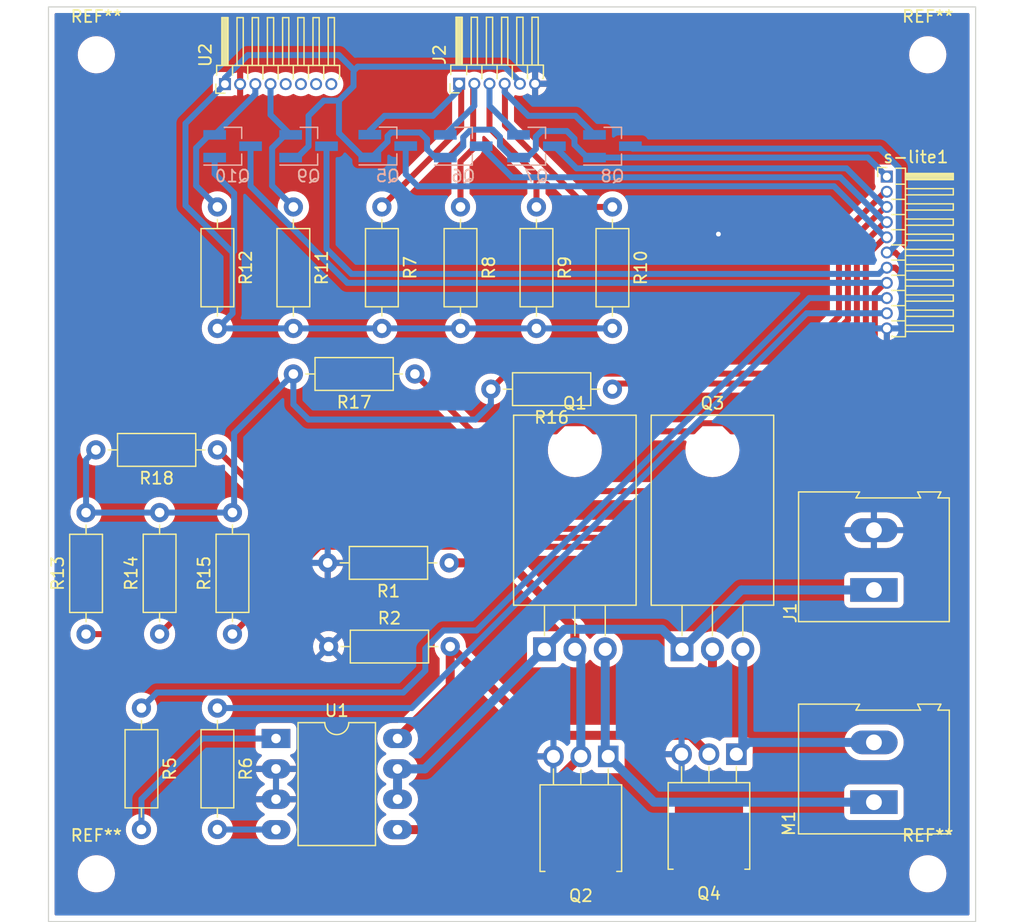
<source format=kicad_pcb>
(kicad_pcb (version 20211014) (generator pcbnew)
  (layers (0 "F.Cu" signal) (31 "B.Cu" signal) (34 "B.Paste" user) (35 "F.Paste" user) (36 "B.SilkS" user "B.Silkscreen") (37 "F.SilkS" user "F.Silkscreen") (38 "B.Mask" user) (39 "F.Mask" user) (44 "Edge.Cuts" user))
  (net 0 "")
  (net 1 "SCK_3.3V")
  (net 2 "Net-(M1-Pad1)")
  (net 3 "Net-(M1-Pad2)")
  (net 4 "+6V")
  (net 5 "GND")
  (net 6 "forward")
  (net 7 "rev")
  (net 8 "SS1_3.3V")
  (net 9 "Net-(R5-Pad2)")
  (net 10 "SS1_5V")
  (net 11 "Net-(R6-Pad2)")
  (net 12 "+3V3")
  (net 13 "imu_scl_3.3V")
  (net 14 "imu_sda_3.3V")
  (net 19 "SCK_5V")
  (net 20 "MISO_5V")
  (net 21 "5V")
  (net 22 "MOSI_5V")
  (net 23 "rev_input_5V")
  (net 24 "MOSI_3.3V")
  (net 25 "MISO_3.3V")
  (net 26 "imu_scl_5V")
  (net 27 "imu_sda_5V")
  (net 28 "forward_input_5V")
  (footprint "Resistor_THT:R_Axial_DIN0207_L6.3mm_D2.5mm_P10.16mm_Horizontal" (layer "F.Cu") (at 134.62 62.23 -90)
    (fp_text reference "R12" (at 5.08 -2.37 90) (layer "F.SilkS"))
    (fp_text value "R10k")
    (pad "1" thru_hole circle (at 0 0 270) (size 1.6 1.6) (drill 0.8) (layers *.Cu *.Mask) (net 13 "imu_scl_3.3V"))
    (pad "2" thru_hole oval (at 10.16 0 270) (size 1.6 1.6) (drill 0.8) (layers *.Cu *.Mask) (net 12 "+3V3"))
  )
  (footprint "Resistor_THT:R_Axial_DIN0207_L6.3mm_D2.5mm_P10.16mm_Horizontal" (layer "F.Cu") (at 135.877846 97.951737 90)
    (fp_text reference "R15" (at 5.08 -2.37 90) (layer "F.SilkS"))
    (fp_text value "R10k")
    (pad "1" thru_hole circle (at 0 0 90) (size 1.6 1.6) (drill 0.8) (layers *.Cu *.Mask) (net 10 "SS1_5V"))
    (pad "2" thru_hole oval (at 10.16 0 90) (size 1.6 1.6) (drill 0.8) (layers *.Cu *.Mask) (net 21 "5V"))
  )
  (footprint "Package_TO_SOT_THT:TO-220-3_Horizontal_TabDown" (layer "F.Cu") (at 161.96 99.23)
    (fp_text reference "Q1" (at 2.54 -20.58) (layer "F.SilkS"))
    (fp_text value "Q_PMOS_DGS")
    (pad "" np_thru_hole oval (at 2.54 -16.66) (size 3.5 3.5) (drill 3.5) (layers *.Cu *.Mask))
    (pad "1" thru_hole rect (at 0 0) (size 1.905 2) (drill 1.1) (layers *.Cu *.Mask) (net 4 "+6V"))
    (pad "2" thru_hole oval (at 2.54 0) (size 1.905 2) (drill 1.1) (layers *.Cu *.Mask) (net 6 "forward"))
    (pad "3" thru_hole oval (at 5.08 0) (size 1.905 2) (drill 1.1) (layers *.Cu *.Mask) (net 2 "Net-(M1-Pad1)"))
  )
  (footprint "Package_DIP:DIP-8_W10.16mm_LongPads" (layer "F.Cu") (at 139.5175 106.69)
    (fp_text reference "U1" (at 5.08 -2.33) (layer "F.SilkS"))
    (fp_text value "MCT6")
    (pad "1" thru_hole rect (at 0 0) (size 2.4 1.6) (drill 0.8) (layers *.Cu *.Mask) (net 9 "Net-(R5-Pad2)"))
    (pad "2" thru_hole oval (at 0 2.54) (size 2.4 1.6) (drill 0.8) (layers *.Cu *.Mask) (net 5 "GND"))
    (pad "3" thru_hole oval (at 0 5.08) (size 2.4 1.6) (drill 0.8) (layers *.Cu *.Mask) (net 5 "GND"))
    (pad "4" thru_hole oval (at 0 7.62) (size 2.4 1.6) (drill 0.8) (layers *.Cu *.Mask) (net 11 "Net-(R6-Pad2)"))
    (pad "5" thru_hole oval (at 10.16 7.62) (size 2.4 1.6) (drill 0.8) (layers *.Cu *.Mask) (net 6 "forward"))
    (pad "6" thru_hole oval (at 10.16 5.08) (size 2.4 1.6) (drill 0.8) (layers *.Cu *.Mask) (net 4 "+6V"))
    (pad "7" thru_hole oval (at 10.16 2.54) (size 2.4 1.6) (drill 0.8) (layers *.Cu *.Mask) (net 4 "+6V"))
    (pad "8" thru_hole oval (at 10.16 0) (size 2.4 1.6) (drill 0.8) (layers *.Cu *.Mask) (net 7 "rev"))
  )
  (footprint "Resistor_THT:R_Axial_DIN0207_L6.3mm_D2.5mm_P10.16mm_Horizontal" (layer "F.Cu") (at 140.97 62.23 -90)
    (fp_text reference "R11" (at 5.08 -2.37 90) (layer "F.SilkS"))
    (fp_text value "R10k")
    (pad "1" thru_hole circle (at 0 0 270) (size 1.6 1.6) (drill 0.8) (layers *.Cu *.Mask) (net 14 "imu_sda_3.3V"))
    (pad "2" thru_hole oval (at 10.16 0 270) (size 1.6 1.6) (drill 0.8) (layers *.Cu *.Mask) (net 12 "+3V3"))
  )
  (footprint "TerminalBlock:TerminalBlock_Altech_AK300-2_P5.00mm" (layer "F.Cu") (at 189.5 112.014 90)
    (fp_text reference "M1" (at -1.778 -7.112 90) (layer "F.SilkS"))
    (fp_text value "Motor_DC")
    (pad "1" thru_hole rect (at 0 0 90) (size 1.98 3.96) (drill 1.32) (layers *.Cu *.Mask) (net 2 "Net-(M1-Pad1)"))
    (pad "2" thru_hole oval (at 5 0 90) (size 1.98 3.96) (drill 1.32) (layers *.Cu *.Mask) (net 3 "Net-(M1-Pad2)"))
  )
  (footprint "Package_TO_SOT_THT:TO-251-3-1EP_Horizontal_TabDown" (layer "F.Cu") (at 167.29 108.185 180)
    (fp_text reference "Q2" (at 2.29 -11.653333) (layer "F.SilkS"))
    (fp_text value "Q_NMOS_DGS")
    (pad "1" thru_hole rect (at 0 0 180) (size 1.7175 1.8) (drill 1.1) (layers *.Cu *.Mask) (net 2 "Net-(M1-Pad1)"))
    (pad "2" thru_hole oval (at 2.29 0 180) (size 1.7175 1.8) (drill 1.1) (layers *.Cu *.Mask) (net 6 "forward"))
    (pad "3" thru_hole oval (at 4.58 0 180) (size 1.7175 1.8) (drill 1.1) (layers *.Cu *.Mask) (net 5 "GND"))
    (pad "4" smd rect (at 2.29 -7.433333 180) (size 5.7 6.2) (layers "F.Cu" "F.Paste" "F.Mask"))
  )
  (footprint "MountingHole:MountingHole_2.1mm" (layer "F.Cu") (at 124.5 49.5)
    (fp_text reference "REF**" (at 0 -3.2) (layer "F.SilkS"))
    (fp_text value "MountingHole_2.1mm")
    (pad "" np_thru_hole circle (at 0 0) (size 2.1 2.1) (drill 2.1) (layers *.Cu *.Mask))
  )
  (footprint "Connector_PinHeader_1.27mm:PinHeader_1x11_P1.27mm_Horizontal" (layer "F.Cu") (at 190.575 59.69)
    (fp_text reference "s-lite1" (at 2.4325 -1.635) (layer "F.SilkS"))
    (fp_text value "uStepper_s-lite")
    (pad "1" thru_hole rect (at 0 0) (size 1 1) (drill 0.65) (layers *.Cu *.Mask) (net 12 "+3V3"))
    (pad "2" thru_hole oval (at 0 1.27) (size 1 1) (drill 0.65) (layers *.Cu *.Mask) (net 21 "5V"))
    (pad "3" thru_hole oval (at 0 2.54) (size 1 1) (drill 0.65) (layers *.Cu *.Mask) (net 22 "MOSI_5V"))
    (pad "4" thru_hole oval (at 0 3.81) (size 1 1) (drill 0.65) (layers *.Cu *.Mask) (net 20 "MISO_5V"))
    (pad "5" thru_hole oval (at 0 5.08) (size 1 1) (drill 0.65) (layers *.Cu *.Mask) (net 19 "SCK_5V"))
    (pad "6" thru_hole oval (at 0 6.35) (size 1 1) (drill 0.65) (layers *.Cu *.Mask) (net 10 "SS1_5V"))
    (pad "7" thru_hole oval (at 0 7.62) (size 1 1) (drill 0.65) (layers *.Cu *.Mask) (net 27 "imu_sda_5V"))
    (pad "8" thru_hole oval (at 0 8.89) (size 1 1) (drill 0.65) (layers *.Cu *.Mask) (net 26 "imu_scl_5V"))
    (pad "9" thru_hole oval (at 0 10.16) (size 1 1) (drill 0.65) (layers *.Cu *.Mask) (net 23 "rev_input_5V"))
    (pad "10" thru_hole oval (at 0 11.43) (size 1 1) (drill 0.65) (layers *.Cu *.Mask) (net 28 "forward_input_5V"))
    (pad "11" thru_hole oval (at 0 12.7) (size 1 1) (drill 0.65) (layers *.Cu *.Mask) (net 5 "GND"))
  )
  (footprint "Resistor_THT:R_Axial_DIN0207_L6.3mm_D2.5mm_P10.16mm_Horizontal" (layer "F.Cu") (at 123.640039 97.957977 90)
    (fp_text reference "R13" (at 5.08 -2.37 90) (layer "F.SilkS"))
    (fp_text value "R10k")
    (pad "1" thru_hole circle (at 0 0 90) (size 1.6 1.6) (drill 0.8) (layers *.Cu *.Mask) (net 26 "imu_scl_5V"))
    (pad "2" thru_hole oval (at 10.16 0 90) (size 1.6 1.6) (drill 0.8) (layers *.Cu *.Mask) (net 21 "5V"))
  )
  (footprint "Resistor_THT:R_Axial_DIN0207_L6.3mm_D2.5mm_P10.16mm_Horizontal" (layer "F.Cu") (at 151.13 76.2 180)
    (fp_text reference "R17" (at 5.08 -2.37) (layer "F.SilkS"))
    (fp_text value "R10k")
    (pad "1" thru_hole circle (at 0 0 180) (size 1.6 1.6) (drill 0.8) (layers *.Cu *.Mask) (net 20 "MISO_5V"))
    (pad "2" thru_hole oval (at 10.16 0 180) (size 1.6 1.6) (drill 0.8) (layers *.Cu *.Mask) (net 21 "5V"))
  )
  (footprint "Resistor_THT:R_Axial_DIN0207_L6.3mm_D2.5mm_P10.16mm_Horizontal" (layer "F.Cu") (at 154 92 180)
    (fp_text reference "R1" (at 5.08 -2.37) (layer "F.SilkS"))
    (fp_text value "R")
    (pad "1" thru_hole circle (at 0 0 180) (size 1.6 1.6) (drill 0.8) (layers *.Cu *.Mask) (net 6 "forward"))
    (pad "2" thru_hole oval (at 10.16 0 180) (size 1.6 1.6) (drill 0.8) (layers *.Cu *.Mask) (net 5 "GND"))
  )
  (footprint "Connector_PinHeader_1.27mm:PinHeader_1x08_P1.27mm_Horizontal" (layer "F.Cu") (at 135.25 51.955 90)
    (fp_text reference "U2" (at 2.4325 -1.635 90) (layer "F.SilkS"))
    (fp_text value "generic_imu")
    (pad "1" thru_hole rect (at 0 0 90) (size 1 1) (drill 0.65) (layers *.Cu *.Mask) (net 12 "+3V3"))
    (pad "2" thru_hole oval (at 0 1.27 90) (size 1 1) (drill 0.65) (layers *.Cu *.Mask) (net 5 "GND"))
    (pad "3" thru_hole oval (at 0 2.54 90) (size 1 1) (drill 0.65) (layers *.Cu *.Mask) (net 13 "imu_scl_3.3V"))
    (pad "4" thru_hole oval (at 0 3.81 90) (size 1 1) (drill 0.65) (layers *.Cu *.Mask) (net 14 "imu_sda_3.3V"))
    (pad "5" thru_hole oval (at 0 5.08 90) (size 1 1) (drill 0.65) (layers *.Cu *.Mask))
    (pad "6" thru_hole oval (at 0 6.35 90) (size 1 1) (drill 0.65) (layers *.Cu *.Mask))
    (pad "7" thru_hole oval (at 0 7.62 90) (size 1 1) (drill 0.65) (layers *.Cu *.Mask))
    (pad "8" thru_hole oval (at 0 8.89 90) (size 1 1) (drill 0.65) (layers *.Cu *.Mask))
  )
  (footprint "Resistor_THT:R_Axial_DIN0207_L6.3mm_D2.5mm_P10.16mm_Horizontal" (layer "F.Cu") (at 167.64 77.47 180)
    (fp_text reference "R16" (at 5.08 -2.37) (layer "F.SilkS"))
    (fp_text value "R10k")
    (pad "1" thru_hole circle (at 0 0 180) (size 1.6 1.6) (drill 0.8) (layers *.Cu *.Mask) (net 22 "MOSI_5V"))
    (pad "2" thru_hole oval (at 10.16 0 180) (size 1.6 1.6) (drill 0.8) (layers *.Cu *.Mask) (net 21 "5V"))
  )
  (footprint "MountingHole:MountingHole_2.1mm" (layer "F.Cu") (at 124.5 118)
    (fp_text reference "REF**" (at 0 -3.2) (layer "F.SilkS"))
    (fp_text value "MountingHole_2.1mm")
    (pad "" np_thru_hole circle (at 0 0) (size 2.1 2.1) (drill 2.1) (layers *.Cu *.Mask))
  )
  (footprint "Resistor_THT:R_Axial_DIN0207_L6.3mm_D2.5mm_P10.16mm_Horizontal" (layer "F.Cu") (at 167.64 62.23 -90)
    (fp_text reference "R10" (at 5.08 -2.37 90) (layer "F.SilkS"))
    (fp_text value "R10k")
    (pad "1" thru_hole circle (at 0 0 270) (size 1.6 1.6) (drill 0.8) (layers *.Cu *.Mask) (net 8 "SS1_3.3V"))
    (pad "2" thru_hole oval (at 10.16 0 270) (size 1.6 1.6) (drill 0.8) (layers *.Cu *.Mask) (net 12 "+3V3"))
  )
  (footprint "Resistor_THT:R_Axial_DIN0207_L6.3mm_D2.5mm_P10.16mm_Horizontal" (layer "F.Cu") (at 129.787618 97.951737 90)
    (fp_text reference "R14" (at 5.08 -2.37 90) (layer "F.SilkS"))
    (fp_text value "R10k")
    (pad "1" thru_hole circle (at 0 0 90) (size 1.6 1.6) (drill 0.8) (layers *.Cu *.Mask) (net 27 "imu_sda_5V"))
    (pad "2" thru_hole oval (at 10.16 0 90) (size 1.6 1.6) (drill 0.8) (layers *.Cu *.Mask) (net 21 "5V"))
  )
  (footprint "Resistor_THT:R_Axial_DIN0207_L6.3mm_D2.5mm_P10.16mm_Horizontal" (layer "F.Cu") (at 128.27 104.14 -90)
    (fp_text reference "R5" (at 5.08 -2.37 90) (layer "F.SilkS"))
    (fp_text value "R190")
    (pad "1" thru_hole circle (at 0 0 270) (size 1.6 1.6) (drill 0.8) (layers *.Cu *.Mask) (net 23 "rev_input_5V"))
    (pad "2" thru_hole oval (at 10.16 0 270) (size 1.6 1.6) (drill 0.8) (layers *.Cu *.Mask) (net 9 "Net-(R5-Pad2)"))
  )
  (footprint "MountingHole:MountingHole_2.1mm" (layer "F.Cu") (at 194 49.5)
    (fp_text reference "REF**" (at 0 -3.2) (layer "F.SilkS"))
    (fp_text value "MountingHole_2.1mm")
    (pad "" np_thru_hole circle (at 0 0) (size 2.1 2.1) (drill 2.1) (layers *.Cu *.Mask))
  )
  (footprint "Resistor_THT:R_Axial_DIN0207_L6.3mm_D2.5mm_P10.16mm_Horizontal" (layer "F.Cu") (at 143.92 99)
    (fp_text reference "R2" (at 5.08 -2.37) (layer "F.SilkS"))
    (fp_text value "R")
    (pad "1" thru_hole circle (at 0 0) (size 1.6 1.6) (drill 0.8) (layers *.Cu *.Mask) (net 5 "GND"))
    (pad "2" thru_hole oval (at 10.16 0) (size 1.6 1.6) (drill 0.8) (layers *.Cu *.Mask) (net 7 "rev"))
  )
  (footprint "Resistor_THT:R_Axial_DIN0207_L6.3mm_D2.5mm_P10.16mm_Horizontal" (layer "F.Cu") (at 154.94 62.23 -90)
    (fp_text reference "R8" (at 5.08 -2.37 90) (layer "F.SilkS"))
    (fp_text value "R10k")
    (pad "1" thru_hole circle (at 0 0 270) (size 1.6 1.6) (drill 0.8) (layers *.Cu *.Mask) (net 25 "MISO_3.3V"))
    (pad "2" thru_hole oval (at 10.16 0 270) (size 1.6 1.6) (drill 0.8) (layers *.Cu *.Mask) (net 12 "+3V3"))
  )
  (footprint "Connector_PinHeader_1.27mm:PinHeader_1x06_P1.27mm_Horizontal" (layer "F.Cu") (at 154.825 51.925 90)
    (fp_text reference "J2" (at 2.4325 -1.635 90) (layer "F.SilkS"))
    (fp_text value "SPI_conn")
    (pad "1" thru_hole rect (at 0 0 90) (size 1 1) (drill 0.65) (layers *.Cu *.Mask) (net 1 "SCK_3.3V"))
    (pad "2" thru_hole oval (at 0 1.27 90) (size 1 1) (drill 0.65) (layers *.Cu *.Mask) (net 25 "MISO_3.3V"))
    (pad "3" thru_hole oval (at 0 2.54 90) (size 1 1) (drill 0.65) (layers *.Cu *.Mask) (net 24 "MOSI_3.3V"))
    (pad "4" thru_hole oval (at 0 3.81 90) (size 1 1) (drill 0.65) (layers *.Cu *.Mask) (net 8 "SS1_3.3V"))
    (pad "5" thru_hole oval (at 0 5.08 90) (size 1 1) (drill 0.65) (layers *.Cu *.Mask) (net 12 "+3V3"))
    (pad "6" thru_hole oval (at 0 6.35 90) (size 1 1) (drill 0.65) (layers *.Cu *.Mask) (net 5 "GND"))
  )
  (footprint "Resistor_THT:R_Axial_DIN0207_L6.3mm_D2.5mm_P10.16mm_Horizontal" (layer "F.Cu") (at 148.368268 62.23 -90)
    (fp_text reference "R7" (at 5.08 -2.37 90) (layer "F.SilkS"))
    (fp_text value "R10k")
    (pad "1" thru_hole circle (at 0 0 270) (size 1.6 1.6) (drill 0.8) (layers *.Cu *.Mask) (net 1 "SCK_3.3V"))
    (pad "2" thru_hole oval (at 10.16 0 270) (size 1.6 1.6) (drill 0.8) (layers *.Cu *.Mask) (net 12 "+3V3"))
  )
  (footprint "Resistor_THT:R_Axial_DIN0207_L6.3mm_D2.5mm_P10.16mm_Horizontal" (layer "F.Cu") (at 134.62 82.55 180)
    (fp_text reference "R18" (at 5.08 -2.37) (layer "F.SilkS"))
    (fp_text value "R10k")
    (pad "1" thru_hole circle (at 0 0 180) (size 1.6 1.6) (drill 0.8) (layers *.Cu *.Mask) (net 19 "SCK_5V"))
    (pad "2" thru_hole oval (at 10.16 0 180) (size 1.6 1.6) (drill 0.8) (layers *.Cu *.Mask) (net 21 "5V"))
  )
  (footprint "Package_TO_SOT_THT:TO-251-3-1EP_Horizontal_TabDown" (layer "F.Cu") (at 178 108 180)
    (fp_text reference "Q4" (at 2.29 -11.653333) (layer "F.SilkS"))
    (fp_text value "Q_NMOS_DGS")
    (pad "1" thru_hole rect (at 0 0 180) (size 1.7175 1.8) (drill 1.1) (layers *.Cu *.Mask) (net 3 "Net-(M1-Pad2)"))
    (pad "2" thru_hole oval (at 2.29 0 180) (size 1.7175 1.8) (drill 1.1) (layers *.Cu *.Mask) (net 7 "rev"))
    (pad "3" thru_hole oval (at 4.58 0 180) (size 1.7175 1.8) (drill 1.1) (layers *.Cu *.Mask) (net 5 "GND"))
    (pad "4" smd rect (at 2.29 -7.433333 180) (size 5.7 6.2) (layers "F.Cu" "F.Paste" "F.Mask"))
  )
  (footprint "Package_TO_SOT_THT:TO-220-3_Horizontal_TabDown" (layer "F.Cu") (at 173.46 99.23)
    (fp_text reference "Q3" (at 2.54 -20.58) (layer "F.SilkS"))
    (fp_text value "Q_PMOS_DGS")
    (pad "" np_thru_hole oval (at 2.54 -16.66) (size 3.5 3.5) (drill 3.5) (layers *.Cu *.Mask))
    (pad "1" thru_hole rect (at 0 0) (size 1.905 2) (drill 1.1) (layers *.Cu *.Mask) (net 4 "+6V"))
    (pad "2" thru_hole oval (at 2.54 0) (size 1.905 2) (drill 1.1) (layers *.Cu *.Mask) (net 7 "rev"))
    (pad "3" thru_hole oval (at 5.08 0) (size 1.905 2) (drill 1.1) (layers *.Cu *.Mask) (net 3 "Net-(M1-Pad2)"))
  )
  (footprint "MountingHole:MountingHole_2.1mm" (layer "F.Cu") (at 194 118)
    (fp_text reference "REF**" (at 0 -3.2) (layer "F.SilkS"))
    (fp_text value "MountingHole_2.1mm")
    (pad "" np_thru_hole circle (at 0 0) (size 2.1 2.1) (drill 2.1) (layers *.Cu *.Mask))
  )
  (footprint "Resistor_THT:R_Axial_DIN0207_L6.3mm_D2.5mm_P10.16mm_Horizontal" (layer "F.Cu") (at 161.29 62.23 -90)
    (fp_text reference "R9" (at 5.08 -2.37 90) (layer "F.SilkS"))
    (fp_text value "R10k")
    (pad "1" thru_hole circle (at 0 0 270) (size 1.6 1.6) (drill 0.8) (layers *.Cu *.Mask) (net 24 "MOSI_3.3V"))
    (pad "2" thru_hole oval (at 10.16 0 270) (size 1.6 1.6) (drill 0.8) (layers *.Cu *.Mask) (net 12 "+3V3"))
  )
  (footprint "TerminalBlock:TerminalBlock_Altech_AK300-2_P5.00mm" (layer "F.Cu") (at 189.5 94.265 90)
    (fp_text reference "J1" (at -1.92 -6.99 90) (layer "F.SilkS"))
    (fp_text value "Power_Supply")
    (pad "1" thru_hole rect (at 0 0 90) (size 1.98 3.96) (drill 1.32) (layers *.Cu *.Mask) (net 4 "+6V"))
    (pad "2" thru_hole oval (at 5 0 90) (size 1.98 3.96) (drill 1.32) (layers *.Cu *.Mask) (net 5 "GND"))
  )
  (footprint "Resistor_THT:R_Axial_DIN0207_L6.3mm_D2.5mm_P10.16mm_Horizontal" (layer "F.Cu") (at 134.62 104.14 -90)
    (fp_text reference "R6" (at 5.08 -2.37 90) (layer "F.SilkS"))
    (fp_text value "R190")
    (pad "1" thru_hole circle (at 0 0 270) (size 1.6 1.6) (drill 0.8) (layers *.Cu *.Mask) (net 28 "forward_input_5V"))
    (pad "2" thru_hole oval (at 10.16 0 270) (size 1.6 1.6) (drill 0.8) (layers *.Cu *.Mask) (net 11 "Net-(R6-Pad2)"))
  )
  (footprint "Package_TO_SOT_SMD:SOT-23_Handsoldering" (layer "B.Cu") (at 135.89 57.15)
    (fp_text reference "Q10" (at 0 2.5) (layer "B.SilkS") (effects (justify mirror)))
    (fp_text value "fdv303n")
    (pad "1" smd rect (at -1.5 0.95) (size 1.9 0.8) (layers "B.Cu" "B.Paste" "B.Mask") (net 12 "+3V3"))
    (pad "2" smd rect (at -1.5 -0.95) (size 1.9 0.8) (layers "B.Cu" "B.Paste" "B.Mask") (net 13 "imu_scl_3.3V"))
    (pad "3" smd rect (at 1.5 0) (size 1.9 0.8) (layers "B.Cu" "B.Paste" "B.Mask") (net 26 "imu_scl_5V"))
  )
  (footprint "Package_TO_SOT_SMD:SOT-23_Handsoldering" (layer "B.Cu") (at 148.860206 57.136562)
    (fp_text reference "Q5" (at 0 2.5) (layer "B.SilkS") (effects (justify mirror)))
    (fp_text value "fdv303n")
    (pad "1" smd rect (at -1.5 0.95) (size 1.9 0.8) (layers "B.Cu" "B.Paste" "B.Mask") (net 12 "+3V3"))
    (pad "2" smd rect (at -1.5 -0.95) (size 1.9 0.8) (layers "B.Cu" "B.Paste" "B.Mask") (net 1 "SCK_3.3V"))
    (pad "3" smd rect (at 1.5 0) (size 1.9 0.8) (layers "B.Cu" "B.Paste" "B.Mask") (net 19 "SCK_5V"))
  )
  (footprint "Package_TO_SOT_SMD:SOT-23_Handsoldering" (layer "B.Cu") (at 142.24 57.15)
    (fp_text reference "Q9" (at 0 2.5) (layer "B.SilkS") (effects (justify mirror)))
    (fp_text value "fdv303n")
    (pad "1" smd rect (at -1.5 0.95) (size 1.9 0.8) (layers "B.Cu" "B.Paste" "B.Mask") (net 12 "+3V3"))
    (pad "2" smd rect (at -1.5 -0.95) (size 1.9 0.8) (layers "B.Cu" "B.Paste" "B.Mask") (net 14 "imu_sda_3.3V"))
    (pad "3" smd rect (at 1.5 0) (size 1.9 0.8) (layers "B.Cu" "B.Paste" "B.Mask") (net 27 "imu_sda_5V"))
  )
  (footprint "Package_TO_SOT_SMD:SOT-23_Handsoldering" (layer "B.Cu") (at 155.17 57.15)
    (fp_text reference "Q6" (at 0 2.5) (layer "B.SilkS") (effects (justify mirror)))
    (fp_text value "fdv303n")
    (pad "1" smd rect (at -1.5 0.95) (size 1.9 0.8) (layers "B.Cu" "B.Paste" "B.Mask") (net 12 "+3V3"))
    (pad "2" smd rect (at -1.5 -0.95) (size 1.9 0.8) (layers "B.Cu" "B.Paste" "B.Mask") (net 25 "MISO_3.3V"))
    (pad "3" smd rect (at 1.5 0) (size 1.9 0.8) (layers "B.Cu" "B.Paste" "B.Mask") (net 20 "MISO_5V"))
  )
  (footprint "Package_TO_SOT_SMD:SOT-23_Handsoldering" (layer "B.Cu") (at 161.29 57.15)
    (fp_text reference "Q7" (at 0 2.5) (layer "B.SilkS") (effects (justify mirror)))
    (fp_text value "fdv303n")
    (pad "1" smd rect (at -1.5 0.95) (size 1.9 0.8) (layers "B.Cu" "B.Paste" "B.Mask") (net 12 "+3V3"))
    (pad "2" smd rect (at -1.5 -0.95) (size 1.9 0.8) (layers "B.Cu" "B.Paste" "B.Mask") (net 24 "MOSI_3.3V"))
    (pad "3" smd rect (at 1.5 0) (size 1.9 0.8) (layers "B.Cu" "B.Paste" "B.Mask") (net 22 "MOSI_5V"))
  )
  (footprint "Package_TO_SOT_SMD:SOT-23_Handsoldering" (layer "B.Cu") (at 167.64 57.15)
    (fp_text reference "Q8" (at 0 2.5) (layer "B.SilkS") (effects (justify mirror)))
    (fp_text value "fdv303n")
    (pad "1" smd rect (at -1.5 0.95) (size 1.9 0.8) (layers "B.Cu" "B.Paste" "B.Mask") (net 12 "+3V3"))
    (pad "2" smd rect (at -1.5 -0.95) (size 1.9 0.8) (layers "B.Cu" "B.Paste" "B.Mask") (net 8 "SS1_3.3V"))
    (pad "3" smd rect (at 1.5 0) (size 1.9 0.8) (layers "B.Cu" "B.Paste" "B.Mask") (net 10 "SS1_5V"))
  )
  (gr_rect (start 120.5 122) (end 198 45.5) (layer "Edge.Cuts") (width 0.1) (fill none))
  (segment (start 155 52.1) (end 154.825 51.925) (width 0.5) (layer "F.Cu") (net 1))
  (segment (start 148.368268 62.23) (end 148.368268 62.197732) (width 0.5) (layer "F.Cu") (net 1))
  (segment (start 155 55.566) (end 155 52.1) (width 0.5) (layer "F.Cu") (net 1))
  (segment (start 148.368268 62.197732) (end 155 55.566) (width 0.5) (layer "F.Cu") (net 1))
  (segment (start 147.360206 55.839794) (end 148.59 54.61) (width 0.5) (layer "B.Cu") (net 1))
  (segment (start 154.825 52.421744) (end 154.825 51.925) (width 0.5) (layer "B.Cu") (net 1))
  (segment (start 148.59 54.61) (end 152.636744 54.61) (width 0.5) (layer "B.Cu") (net 1))
  (segment (start 147.360206 56.186562) (end 147.360206 55.839794) (width 0.5) (layer "B.Cu") (net 1))
  (segment (start 152.636744 54.61) (end 154.825 52.421744) (width 0.5) (layer "B.Cu") (net 1))
  (segment (start 167.04 99.23) (end 167.04 107.935) (width 0.75) (layer "B.Cu") (net 2))
  (segment (start 171.119 112.014) (end 189.5 112.014) (width 0.75) (layer "B.Cu") (net 2))
  (segment (start 167.29 108.185) (end 171.119 112.014) (width 0.75) (layer "B.Cu") (net 2))
  (segment (start 167.04 107.935) (end 167.29 108.185) (width 0.75) (layer "B.Cu") (net 2))
  (segment (start 178.986 107.014) (end 189.5 107.014) (width 0.75) (layer "B.Cu") (net 3))
  (segment (start 178.54 99.23) (end 178.54 107.46) (width 0.75) (layer "B.Cu") (net 3))
  (segment (start 178.54 107.46) (end 178 108) (width 0.75) (layer "B.Cu") (net 3))
  (segment (start 178.986 107.014) (end 178 108) (width 0.75) (layer "B.Cu") (net 3))
  (segment (start 151.96 109.23) (end 161.96 99.23) (width 0.75) (layer "B.Cu") (net 4))
  (segment (start 161.96 99.23) (end 163.63452 97.55548) (width 0.75) (layer "B.Cu") (net 4))
  (segment (start 171.78548 97.55548) (end 173.46 99.23) (width 0.75) (layer "B.Cu") (net 4))
  (segment (start 163.63452 97.55548) (end 171.78548 97.55548) (width 0.75) (layer "B.Cu") (net 4))
  (segment (start 149.6775 111.77) (end 149.6775 109.23) (width 0.75) (layer "B.Cu") (net 4))
  (segment (start 173.46 99.23) (end 178.425 94.265) (width 0.75) (layer "B.Cu") (net 4))
  (segment (start 149.6775 109.23) (end 151.96 109.23) (width 0.75) (layer "B.Cu") (net 4))
  (segment (start 178.425 94.265) (end 189.5 94.265) (width 0.75) (layer "B.Cu") (net 4))
  (via (at 176.5 64.5) (size 0.8) (drill 0.4) (layers "F.Cu" "B.Cu") (net 5))
  (segment (start 158.875 114.31) (end 165 108.185) (width 0.75) (layer "F.Cu") (net 6))
  (segment (start 159.02 92) (end 154 92) (width 0.75) (layer "F.Cu") (net 6))
  (segment (start 149.6775 114.31) (end 158.875 114.31) (width 0.75) (layer "F.Cu") (net 6))
  (segment (start 164.5 99.23) (end 164.5 97.48) (width 0.75) (layer "F.Cu") (net 6))
  (segment (start 164.5 97.48) (end 159.02 92) (width 0.75) (layer "F.Cu") (net 6))
  (segment (start 165 108.185) (end 165 99.73) (width 0.75) (layer "B.Cu") (net 6))
  (segment (start 165 99.73) (end 164.5 99.23) (width 0.75) (layer "B.Cu") (net 6))
  (segment (start 161.50548 106.42548) (end 174.13548 106.42548) (width 0.75) (layer "F.Cu") (net 7))
  (segment (start 154.08 102.2875) (end 149.6775 106.69) (width 0.75) (layer "F.Cu") (net 7))
  (segment (start 174.57452 106.42548) (end 174.13548 106.42548) (width 0.75) (layer "F.Cu") (net 7))
  (segment (start 174.13548 106.42548) (end 175.71 108) (width 0.75) (layer "F.Cu") (net 7))
  (segment (start 176 105) (end 174.57452 106.42548) (width 0.75) (layer "F.Cu") (net 7))
  (segment (start 154.08 99) (end 154.08 102.2875) (width 0.75) (layer "F.Cu") (net 7))
  (segment (start 176 99.23) (end 176 105) (width 0.75) (layer "F.Cu") (net 7))
  (segment (start 154.08 99) (end 161.50548 106.42548) (width 0.75) (layer "F.Cu") (net 7))
  (segment (start 158.655433 55.404433) (end 158.655433 51.945433) (width 0.5) (layer "F.Cu") (net 8))
  (segment (start 158.655433 51.945433) (end 158.635 51.925) (width 0.5) (layer "F.Cu") (net 8))
  (segment (start 167.64 62.23) (end 165.481 62.23) (width 0.5) (layer "F.Cu") (net 8))
  (segment (start 165.481 62.23) (end 158.655433 55.404433) (width 0.5) (layer "F.Cu") (net 8))
  (segment (start 164.55 54.61) (end 160.61 54.61) (width 0.5) (layer "B.Cu") (net 8))
  (segment (start 160.61 54.61) (end 158.635 52.635) (width 0.5) (layer "B.Cu") (net 8))
  (segment (start 158.635 52.635) (end 158.635 51.925) (width 0.5) (layer "B.Cu") (net 8))
  (segment (start 166.14 56.2) (end 164.55 54.61) (width 0.5) (layer "B.Cu") (net 8))
  (segment (start 133.36 106.69) (end 139.5175 106.69) (width 0.5) (layer "B.Cu") (net 9))
  (segment (start 133.35 106.68) (end 133.36 106.69) (width 0.5) (layer "B.Cu") (net 9))
  (segment (start 128.27 111.76) (end 133.35 106.68) (width 0.5) (layer "B.Cu") (net 9))
  (segment (start 128.27 114.3) (end 128.27 111.76) (width 0.5) (layer "B.Cu") (net 9))
  (segment (start 143.179094 90.650489) (end 177.349511 90.650489) (width 0.5) (layer "F.Cu") (net 10))
  (segment (start 192.74952 75.25048) (end 192.74952 67.507414) (width 0.5) (layer "F.Cu") (net 10))
  (segment (start 191.282106 66.04) (end 190.575 66.04) (width 0.5) (layer "F.Cu") (net 10))
  (segment (start 177.349511 90.650489) (end 192.74952 75.25048) (width 0.5) (layer "F.Cu") (net 10))
  (segment (start 192.74952 67.507414) (end 191.282106 66.04) (width 0.5) (layer "F.Cu") (net 10))
  (segment (start 135.877846 97.951737) (end 143.179094 90.650489) (width 0.5) (layer "F.Cu") (net 10))
  (segment (start 169.14 57.15) (end 169.34048 57.35048) (width 0.5) (layer "B.Cu") (net 10))
  (segment (start 189.985506 57.35048) (end 191.574511 58.939485) (width 0.5) (layer "B.Cu") (net 10))
  (segment (start 191.574511 58.939485) (end 191.574511 65.184012) (width 0.5) (layer "B.Cu") (net 10))
  (segment (start 169.34048 57.35048) (end 189.985506 57.35048) (width 0.5) (layer "B.Cu") (net 10))
  (segment (start 190.718523 66.04) (end 190.575 66.04) (width 0.5) (layer "B.Cu") (net 10))
  (segment (start 191.574511 65.184012) (end 190.718523 66.04) (width 0.5) (layer "B.Cu") (net 10))
  (segment (start 134.62 114.3) (end 139.5075 114.3) (width 0.5) (layer "B.Cu") (net 11))
  (segment (start 139.5075 114.3) (end 139.5175 114.31) (width 0.5) (layer "B.Cu") (net 11))
  (segment (start 142.24 54.61) (end 143.51 53.34) (width 0.5) (layer "B.Cu") (net 12))
  (segment (start 157.63658 55.767558) (end 158.23766 56.368638) (width 0.5) (layer "B.Cu") (net 12))
  (segment (start 158.23766 57.099464) (end 159.238196 58.1) (width 0.5) (layer "B.Cu") (net 12))
  (segment (start 135.89 66.04) (end 135.89 71.12) (width 0.5) (layer "B.Cu") (net 12))
  (segment (start 144.78 56.056356) (end 144.78 53.34) (width 0.5) (layer "B.Cu") (net 12))
  (segment (start 166.14 58.1) (end 188.985 58.1) (width 0.5) (layer "B.Cu") (net 12))
  (segment (start 146.35 50.5) (end 146.05 50.8) (width 0.5) (layer "B.Cu") (net 12))
  (segment (start 159.79 58.1) (end 160.513942 58.1) (width 0.5) (layer "B.Cu") (net 12))
  (segment (start 159.238196 58.1) (end 159.79 58.1) (width 0.5) (layer "B.Cu") (net 12))
  (segment (start 155.80342 55.767558) (end 157.63658 55.767558) (width 0.5) (layer "B.Cu") (net 12))
  (segment (start 136.017 65.913) (end 135.89 66.04) (width 0.5) (layer "B.Cu") (net 12))
  (segment (start 141.29 58.1) (end 142.24 57.15) (width 0.5) (layer "B.Cu") (net 12))
  (segment (start 134.39 58.1) (end 134.39 59.46) (width 0.5) (layer "B.Cu") (net 12))
  (segment (start 161.239511 57.374431) (end 161.239511 56.360592) (width 0.5) (layer "B.Cu") (net 12))
  (segment (start 142.24 57.15) (end 142.24 54.61) (width 0.5) (layer "B.Cu") (net 12))
  (segment (start 135.25 51.44) (end 135.25 51.955) (width 0.5) (layer "B.Cu") (net 12))
  (segment (start 155.17 57.15) (end 155.17 56.400978) (width 0.5) (layer "B.Cu") (net 12))
  (segment (start 137.16 49.53) (end 135.25 51.44) (width 0.5) (layer "B.Cu") (net 12))
  (segment (start 161.239511 56.360592) (end 161.720103 55.88) (width 0.5) (layer "B.Cu") (net 12))
  (segment (start 152.146 56.573334) (end 151.579666 56.007) (width 0.5) (layer "B.Cu") (net 12))
  (segment (start 159.905 51.925) (end 159.905 51.778381) (width 0.5) (layer "B.Cu") (net 12))
  (segment (start 148.844 56.303746) (end 148.844 56.769) (width 0.5) (layer "B.Cu") (net 12))
  (segment (start 158.626619 50.5) (end 146.35 50.5) (width 0.5) (layer "B.Cu") (net 12))
  (segment (start 154.94 72.39) (end 161.29 72.39) (width 0.5) (layer "B.Cu") (net 12))
  (segment (start 131.953 55.252) (end 131.953 62.103) (width 0.5) (layer "B.Cu") (net 12))
  (segment (start 148.368268 72.39) (end 154.94 72.39) (width 0.5) (layer "B.Cu") (net 12))
  (segment (start 158.23766 56.368638) (end 158.23766 57.099464) (width 0.5) (layer "B.Cu") (net 12))
  (segment (start 164.465 57.023) (end 165.542 58.1) (width 0.5) (layer "B.Cu") (net 12))
  (segment (start 131.953 62.103) (end 135.89 66.04) (width 0.5) (layer "B.Cu") (net 12))
  (segment (start 135.25 51.955) (end 131.953 55.252) (width 0.5) (layer "B.Cu") (net 12))
  (segment (start 153.67 58.1) (end 154.22 58.1) (width 0.5) (layer "B.Cu") (net 12))
  (segment (start 152.842 58.1) (end 152.146 57.404) (width 0.5) (layer "B.Cu") (net 12))
  (segment (start 163.83 55.88) (end 164.465 56.515) (width 0.5) (layer "B.Cu") (net 12))
  (segment (start 149.140746 56.007) (end 148.844 56.303746) (width 0.5) (layer "B.Cu") (net 12))
  (segment (start 136.017 61.087) (end 136.017 65.913) (width 0.5) (layer "B.Cu") (net 12))
  (segment (start 188.985 58.1) (end 190.575 59.69) (width 0.5) (layer "B.Cu") (net 12))
  (segment (start 161.720103 55.88) (end 163.83 55.88) (width 0.5) (layer "B.Cu") (net 12))
  (segment (start 144.78 53.34) (end 146 52.12) (width 0.5) (layer "B.Cu") (net 12))
  (segment (start 140.74 58.1) (end 141.29 58.1) (width 0.5) (layer "B.Cu") (net 12))
  (segment (start 161.29 72.39) (end 167.64 72.39) (width 0.5) (layer "B.Cu") (net 12))
  (segment (start 155.17 56.400978) (end 155.80342 55.767558) (width 0.5) (layer "B.Cu") (net 12))
  (segment (start 146.810206 58.086562) (end 144.78 56.056356) (width 0.5) (layer "B.Cu") (net 12))
  (segment (start 164.465 56.515) (end 164.465 57.023) (width 0.5) (layer "B.Cu") (net 12))
  (segment (start 135.89 71.12) (end 134.62 72.39) (width 0.5) (layer "B.Cu") (net 12))
  (segment (start 147.360206 58.086562) (end 146.810206 58.086562) (width 0.5) (layer "B.Cu") (net 12))
  (segment (start 144.78 49.53) (end 137.16 49.53) (width 0.5) (layer "B.Cu") (net 12))
  (segment (start 153.67 58.1) (end 152.842 58.1) (width 0.5) (layer "B.Cu") (net 12))
  (segment (start 135.496511 72.39) (end 140.97 72.39) (width 0.5) (layer "B.Cu") (net 12))
  (segment (start 148.844 56.769) (end 147.526438 58.086562) (width 0.5) (layer "B.Cu") (net 12))
  (segment (start 134.39 59.46) (end 136.017 61.087) (width 0.5) (layer "B.Cu") (net 12))
  (segment (start 151.579666 56.007) (end 149.140746 56.007) (width 0.5) (layer "B.Cu") (net 12))
  (segment (start 152.146 57.404) (end 152.146 56.573334) (width 0.5) (layer "B.Cu") (net 12))
  (segment (start 146 52.12) (end 146 51) (width 0.5) (layer "B.Cu") (net 12))
  (segment (start 154.22 58.1) (end 155.17 57.15) (width 0.5) (layer "B.Cu") (net 12))
  (segment (start 146.05 50.8) (end 144.78 49.53) (width 0.5) (layer "B.Cu") (net 12))
  (segment (start 160.513942 58.1) (end 161.239511 57.374431) (width 0.5) (layer "B.Cu") (net 12))
  (segment (start 159.905 51.778381) (end 158.626619 50.5) (width 0.5) (layer "B.Cu") (net 12))
  (segment (start 143.51 53.34) (end 144.78 53.34) (width 0.5) (layer "B.Cu") (net 12))
  (segment (start 147.526438 58.086562) (end 147.360206 58.086562) (width 0.5) (layer "B.Cu") (net 12))
  (segment (start 140.97 72.39) (end 148.368268 72.39) (width 0.5) (layer "B.Cu") (net 12))
  (segment (start 165.542 58.1) (end 166.14 58.1) (width 0.5) (layer "B.Cu") (net 12))
  (segment (start 132.842 57.298978) (end 133.940978 56.2) (width 0.5) (layer "B.Cu") (net 13))
  (segment (start 134.62 62.23) (end 132.842 60.452) (width 0.5) (layer "B.Cu") (net 13))
  (segment (start 134.39 56.2) (end 137.79 52.8) (width 0.5) (layer "B.Cu") (net 13))
  (segment (start 133.940978 56.2) (end 134.39 56.2) (width 0.5) (layer "B.Cu") (net 13))
  (segment (start 132.842 60.452) (end 132.842 57.298978) (width 0.5) (layer "B.Cu") (net 13))
  (segment (start 137.79 52.8) (end 137.79 51.955) (width 0.5) (layer "B.Cu") (net 13))
  (segment (start 140.74 56.2) (end 139.06 54.52) (width 0.5) (layer "B.Cu") (net 14))
  (segment (start 140.290978 56.2) (end 140.74 56.2) (width 0.5) (layer "B.Cu") (net 14))
  (segment (start 139.06 54.52) (end 139.06 51.955) (width 0.5) (layer "B.Cu") (net 14))
  (segment (start 139.192 57.298978) (end 140.290978 56.2) (width 0.5) (layer "B.Cu") (net 14))
  (segment (start 140.97 62.23) (end 139.192 60.452) (width 0.5) (layer "B.Cu") (net 14))
  (segment (start 139.192 60.452) (end 139.192 57.298978) (width 0.5) (layer "B.Cu") (net 14))
  (segment (start 188.825969 74.674031) (end 188.825969 66.375508) (width 0.5) (layer "F.Cu") (net 19))
  (segment (start 138.07 86) (end 177.5 86) (width 0.5) (layer "F.Cu") (net 19))
  (segment (start 188.825969 66.375508) (end 190.431477 64.77) (width 0.5) (layer "F.Cu") (net 19))
  (segment (start 190.431477 64.77) (end 190.575 64.77) (width 0.5) (layer "F.Cu") (net 19))
  (segment (start 134.62 82.55) (end 138.07 86) (width 0.5) (layer "F.Cu") (net 19))
  (segment (start 177.5 86) (end 188.825969 74.674031) (width 0.5) (layer "F.Cu") (net 19))
  (segment (start 190.431477 64.77) (end 190.575 64.77) (width 0.5) (layer "B.Cu") (net 19))
  (segment (start 151.372213 60.5) (end 186.161477 60.5) (width 0.5) (layer "B.Cu") (net 19))
  (segment (start 150.360206 59.487993) (end 151.372213 60.5) (width 0.5) (layer "B.Cu") (net 19))
  (segment (start 186.161477 60.5) (end 190.431477 64.77) (width 0.5) (layer "B.Cu") (net 19))
  (segment (start 150.360206 57.136562) (end 150.360206 59.487993) (width 0.5) (layer "B.Cu") (net 19))
  (segment (start 177.611304 81) (end 180 81) (width 0.5) (layer "F.Cu") (net 20))
  (segment (start 163.568217 80.320479) (end 165.431783 80.320479) (width 0.5) (layer "F.Cu") (net 20))
  (segment (start 175.068217 80.320479) (end 176.931783 80.320479) (width 0.5) (layer "F.Cu") (net 20))
  (segment (start 188.076449 65.855028) (end 190.431477 63.5) (width 0.5) (layer "F.Cu") (net 20))
  (segment (start 190.431477 63.5) (end 190.575 63.5) (width 0.5) (layer "F.Cu") (net 20))
  (segment (start 162.888696 81) (end 163.568217 80.320479) (width 0.5) (layer "F.Cu") (net 20))
  (segment (start 151.13 76.2) (end 155.93 81) (width 0.5) (layer "F.Cu") (net 20))
  (segment (start 176.931783 80.320479) (end 177.611304 81) (width 0.5) (layer "F.Cu") (net 20))
  (segment (start 180 81) (end 188.076449 72.923551) (width 0.5) (layer "F.Cu") (net 20))
  (segment (start 188.076449 72.923551) (end 188.076449 65.855028) (width 0.5) (layer "F.Cu") (net 20))
  (segment (start 174.388696 81) (end 175.068217 80.320479) (width 0.5) (layer "F.Cu") (net 20))
  (segment (start 166.111304 81) (end 174.388696 81) (width 0.5) (layer "F.Cu") (net 20))
  (segment (start 165.431783 80.320479) (end 166.111304 81) (width 0.5) (layer "F.Cu") (net 20))
  (segment (start 155.93 81) (end 162.888696 81) (width 0.5) (layer "F.Cu") (net 20))
  (segment (start 156.67 57.15) (end 156.67 57.17) (width 0.5) (layer "B.Cu") (net 20))
  (segment (start 159.24952 59.74952) (end 186.680997 59.74952) (width 0.5) (layer "B.Cu") (net 20))
  (segment (start 156.67 57.17) (end 159.24952 59.74952) (width 0.5) (layer "B.Cu") (net 20))
  (segment (start 186.680997 59.74952) (end 190.431477 63.5) (width 0.5) (layer "B.Cu") (net 20))
  (segment (start 190.431477 63.5) (end 190.575 63.5) (width 0.5) (layer "B.Cu") (net 20))
  (segment (start 158.779511 76.170489) (end 157.48 77.47) (width 0.5) (layer "F.Cu") (net 21))
  (segment (start 186.577409 64.814068) (end 186.577409 71.362609) (width 0.5) (layer "F.Cu") (net 21))
  (segment (start 186.577409 71.362609) (end 181.769529 76.170489) (width 0.5) (layer "F.Cu") (net 21))
  (segment (start 181.769529 76.170489) (end 158.779511 76.170489) (width 0.5) (layer "F.Cu") (net 21))
  (segment (start 190.431477 60.96) (end 186.577409 64.814068) (width 0.5) (layer "F.Cu") (net 21))
  (segment (start 190.575 60.96) (end 190.431477 60.96) (width 0.5) (layer "F.Cu") (net 21))
  (segment (start 123.646279 87.791737) (end 123.640039 87.797977) (width 0.5) (layer "B.Cu") (net 21))
  (segment (start 140.97 76.2) (end 136.017 81.153) (width 0.5) (layer "B.Cu") (net 21))
  (segment (start 123.640039 87.797977) (end 123.640039 83.369961) (width 0.5) (layer "B.Cu") (net 21))
  (segment (start 136.017 81.153) (end 136.017 87.652583) (width 0.5) (layer "B.Cu") (net 21))
  (segment (start 129.787618 87.791737) (end 123.646279 87.791737) (width 0.5) (layer "B.Cu") (net 21))
  (segment (start 140.97 78.74) (end 140.97 76.2) (width 0.5) (layer "B.Cu") (net 21))
  (segment (start 156.21 80.01) (end 142.24 80.01) (width 0.5) (layer "B.Cu") (net 21))
  (segment (start 142.24 80.01) (end 140.97 78.74) (width 0.5) (layer "B.Cu") (net 21))
  (segment (start 123.640039 83.369961) (end 124.46 82.55) (width 0.5) (layer "B.Cu") (net 21))
  (segment (start 135.877846 87.791737) (end 129.787618 87.791737) (width 0.5) (layer "B.Cu") (net 21))
  (segment (start 157.48 78.74) (end 156.21 80.01) (width 0.5) (layer "B.Cu") (net 21))
  (segment (start 136.017 87.652583) (end 135.877846 87.791737) (width 0.5) (layer "B.Cu") (net 21))
  (segment (start 157.48 78.74) (end 157.48 77.47) (width 0.5) (layer "B.Cu") (net 21))
  (segment (start 168.11 77) (end 182 77) (width 0.5) (layer "F.Cu") (net 22))
  (segment (start 187.326929 65.334548) (end 190.431477 62.23) (width 0.5) (layer "F.Cu") (net 22))
  (segment (start 182 77) (end 187.326929 71.673071) (width 0.5) (layer "F.Cu") (net 22))
  (segment (start 190.431477 62.23) (end 190.575 62.23) (width 0.5) (layer "F.Cu") (net 22))
  (segment (start 167.64 77.47) (end 168.11 77) (width 0.5) (layer "F.Cu") (net 22))
  (segment (start 187.326929 71.673071) (end 187.326929 65.334548) (width 0.5) (layer "F.Cu") (net 22))
  (segment (start 190.431477 62.23) (end 190.575 62.23) (width 0.5) (layer "B.Cu") (net 22))
  (segment (start 187.201477 59) (end 190.431477 62.23) (width 0.5) (layer "B.Cu") (net 22))
  (segment (start 162.79 57.15) (end 164.64 59) (width 0.5) (layer "B.Cu") (net 22))
  (segment (start 164.64 59) (end 187.201477 59) (width 0.5) (layer "B.Cu") (net 22))
  (segment (start 184.090018 69.85) (end 190.575 69.85) (width 0.5) (layer "B.Cu") (net 23))
  (segment (start 153.521013 97.650489) (end 156.289529 97.650489) (width 0.5) (layer "B.Cu") (net 23))
  (segment (start 156.289529 97.650489) (end 184.090018 69.85) (width 0.5) (layer "B.Cu") (net 23))
  (segment (start 128.27 104.14) (end 129.569511 102.840489) (width 0.5) (layer "B.Cu") (net 23))
  (segment (start 129.569511 102.840489) (end 150.159511 102.840489) (width 0.5) (layer "B.Cu") (net 23))
  (segment (start 152 101) (end 152 99.171502) (width 0.5) (layer "B.Cu") (net 23))
  (segment (start 150.159511 102.840489) (end 152 101) (width 0.5) (layer "B.Cu") (net 23))
  (segment (start 152 99.171502) (end 153.521013 97.650489) (width 0.5) (layer "B.Cu") (net 23))
  (segment (start 161.29 62.23) (end 161.29 59.563) (width 0.5) (layer "F.Cu") (net 24))
  (segment (start 157.365 55.638) (end 157.365 52.06) (width 0.5) (layer "F.Cu") (net 24))
  (segment (start 161.29 59.563) (end 157.365 55.638) (width 0.5) (layer "F.Cu") (net 24))
  (segment (start 159.79 56.2) (end 157.365 53.775) (width 0.5) (layer "B.Cu") (net 24))
  (segment (start 157.365 53.775) (end 157.365 51.925) (width 0.5) (layer "B.Cu") (net 24))
  (segment (start 156 52.02) (end 156.095 51.925) (width 0.5) (layer "F.Cu") (net 25))
  (segment (start 154.94 62.23) (end 154.94 58.42) (width 0.5) (layer "F.Cu") (net 25))
  (segment (start 156 57.36) (end 156 52.02) (width 0.5) (layer "F.Cu") (net 25))
  (segment (start 154.94 58.42) (end 156 57.36) (width 0.5) (layer "F.Cu") (net 25))
  (segment (start 156.095 53.775) (end 156.095 51.925) (width 0.5) (layer "B.Cu") (net 25))
  (segment (start 153.67 56.2) (end 156.095 53.775) (width 0.5) (layer "B.Cu") (net 25))
  (segment (start 189.575489 69.435988) (end 190.431477 68.58) (width 0.5) (layer "F.Cu") (net 26))
  (segment (start 176.728587 89.151449) (end 189.575489 76.304547) (width 0.5) (layer "F.Cu") (net 26))
  (segment (start 190.431477 68.58) (end 190.575 68.58) (width 0.5) (layer "F.Cu") (net 26))
  (segment (start 127 96) (end 130.679373 96) (width 0.5) (layer "F.Cu") (net 26))
  (segment (start 123.640039 97.957977) (end 125.042023 97.957977) (width 0.5) (layer "F.Cu") (net 26))
  (segment (start 130.679373 96) (end 137.527925 89.151449) (width 0.5) (layer "F.Cu") (net 26))
  (segment (start 189.575489 76.304547) (end 189.575489 69.435988) (width 0.5) (layer "F.Cu") (net 26))
  (segment (start 137.527925 89.151449) (end 176.728587 89.151449) (width 0.5) (layer "F.Cu") (net 26))
  (segment (start 125.042023 97.957977) (end 127 96) (width 0.5) (layer "F.Cu") (net 26))
  (segment (start 145.482213 68.58) (end 190.575 68.58) (width 0.5) (layer "B.Cu") (net 26))
  (segment (start 137.39 57.15) (end 137.39 60.487787) (width 0.5) (layer "B.Cu") (net 26))
  (segment (start 137.39 60.487787) (end 145.482213 68.58) (width 0.5) (layer "B.Cu") (net 26))
  (segment (start 191.282106 67.31) (end 190.575 67.31) (width 0.5) (layer "F.Cu") (net 27))
  (segment (start 192 74.940018) (end 192 68.027894) (width 0.5) (layer "F.Cu") (net 27))
  (segment (start 129.787618 97.951737) (end 137.838386 89.900969) (width 0.5) (layer "F.Cu") (net 27))
  (segment (start 192 68.027894) (end 191.282106 67.31) (width 0.5) (layer "F.Cu") (net 27))
  (segment (start 177.039049 89.900969) (end 192 74.940018) (width 0.5) (layer "F.Cu") (net 27))
  (segment (start 137.838386 89.900969) (end 177.039049 89.900969) (width 0.5) (layer "F.Cu") (net 27))
  (segment (start 190.431477 67.31) (end 190.575 67.31) (width 0.5) (layer "B.Cu") (net 27))
  (segment (start 189.910997 67.83048) (end 190.431477 67.31) (width 0.5) (layer "B.Cu") (net 27))
  (segment (start 143.74 57.15) (end 143.74 65.74) (width 0.5) (layer "B.Cu") (net 27))
  (segment (start 145.83048 67.83048) (end 189.910997 67.83048) (width 0.5) (layer "B.Cu") (net 27))
  (segment (start 143.74 65.74) (end 145.83048 67.83048) (width 0.5) (layer "B.Cu") (net 27))
  (segment (start 183.88 71.12) (end 190.575 71.12) (width 0.5) (layer "B.Cu") (net 28))
  (segment (start 150.86 104.14) (end 183.88 71.12) (width 0.5) (layer "B.Cu") (net 28))
  (segment (start 134.62 104.14) (end 150.86 104.14) (width 0.5) (layer "B.Cu") (net 28))
  (zone (net 5) (net_name "GND") (layers F&B.Cu) (connect_pads (clearance 0.508)) (min_thickness 0.254) (fill yes (thermal_gap 0.508) (thermal_bridge_width 0.508))
    (polygon (pts (xy 198 122) (xy 120.5 122) (xy 120.5 45.5) (xy 198 45.5)))
  )
)
</source>
